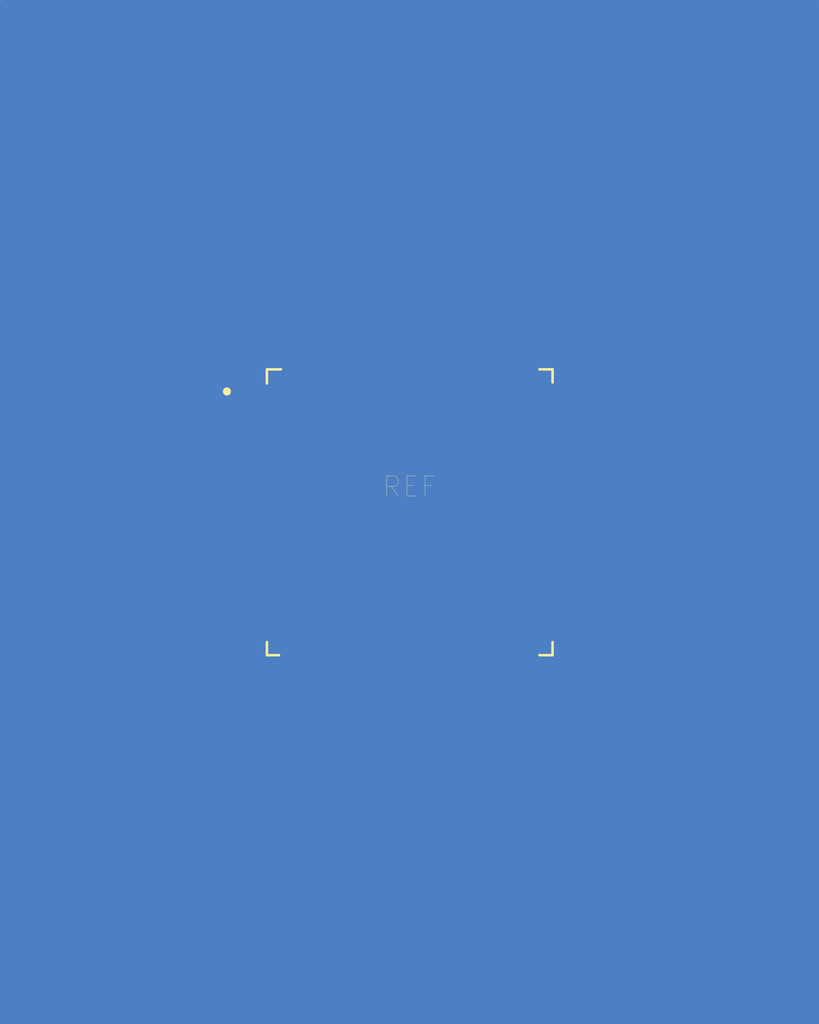
<source format=kicad_pcb>
(kicad_pcb (version 20171130) (host pcbnew "(5.1.5-0)")

  (general
    (thickness 1.6)
    (drawings 1)
    (tracks 0)
    (zones 0)
    (modules 1)
    (nets 1)
  )

  (page A4)
  (layers
    (0 F.Cu signal)
    (31 B.Cu signal)
    (32 B.Adhes user)
    (33 F.Adhes user)
    (34 B.Paste user)
    (35 F.Paste user)
    (36 B.SilkS user)
    (37 F.SilkS user)
    (38 B.Mask user)
    (39 F.Mask user)
    (40 Dwgs.User user)
    (41 Cmts.User user)
    (42 Eco1.User user)
    (43 Eco2.User user)
    (44 Edge.Cuts user)
    (45 Margin user)
    (46 B.CrtYd user)
    (47 F.CrtYd user)
    (48 B.Fab user)
    (49 F.Fab user)
  )

  (setup
    (last_trace_width 0.25)
    (trace_clearance 0.2)
    (zone_clearance 0.508)
    (zone_45_only no)
    (trace_min 0.2)
    (via_size 0.8)
    (via_drill 0.4)
    (via_min_size 0.4)
    (via_min_drill 0.3)
    (uvia_size 0.3)
    (uvia_drill 0.1)
    (uvias_allowed no)
    (uvia_min_size 0.2)
    (uvia_min_drill 0.1)
    (edge_width 0.05)
    (segment_width 0.2)
    (pcb_text_width 0.3)
    (pcb_text_size 1.5 1.5)
    (mod_edge_width 0.12)
    (mod_text_size 1 1)
    (mod_text_width 0.15)
    (pad_size 1.524 1.524)
    (pad_drill 0.762)
    (pad_to_mask_clearance 0.051)
    (solder_mask_min_width 0.25)
    (aux_axis_origin 0 0)
    (visible_elements FFFFFF7F)
    (pcbplotparams
      (layerselection 0x010fc_ffffffff)
      (usegerberextensions false)
      (usegerberattributes false)
      (usegerberadvancedattributes false)
      (creategerberjobfile false)
      (excludeedgelayer true)
      (linewidth 0.100000)
      (plotframeref false)
      (viasonmask false)
      (mode 1)
      (useauxorigin false)
      (hpglpennumber 1)
      (hpglpenspeed 20)
      (hpglpendiameter 15.000000)
      (psnegative false)
      (psa4output false)
      (plotreference true)
      (plotvalue true)
      (plotinvisibletext false)
      (padsonsilk false)
      (subtractmaskfromsilk false)
      (outputformat 1)
      (mirror false)
      (drillshape 1)
      (scaleselection 1)
      (outputdirectory ""))
  )

  (net 0 "")

  (net_class Default "This is the default net class."
    (clearance 0.2)
    (trace_width 0.25)
    (via_dia 0.8)
    (via_drill 0.4)
    (uvia_dia 0.3)
    (uvia_drill 0.1)
  )

  (module Kicad:STM32F103VG_LQFP100 (layer F.Cu) (tedit 5E3864BB) (tstamp 5E394883)
    (at 152.4 88.9)
    (fp_text reference REF (at 0 -1.27) (layer F.SilkS)
      (effects (font (size 1.002614 1.002614) (thickness 0.015)))
    )
    (fp_text value STM32F103VG (at 0 1.27) (layer F.Fab)
      (effects (font (size 1.002969 1.002969) (thickness 0.015)))
    )
    (fp_circle (center -6.423 -6.381) (end -6.323 -6.381) (layer F.Fab) (width 0.2))
    (fp_line (start 8.71 6.39) (end 8.71 -6.39) (layer F.CrtYd) (width 0.05))
    (fp_line (start 7.35 6.39) (end 8.71 6.39) (layer F.CrtYd) (width 0.05))
    (fp_line (start 7.35 7.35) (end 7.35 6.39) (layer F.CrtYd) (width 0.05))
    (fp_line (start 6.39 7.35) (end 7.35 7.35) (layer F.CrtYd) (width 0.05))
    (fp_line (start 6.39 8.71) (end 6.39 7.35) (layer F.CrtYd) (width 0.05))
    (fp_line (start -6.39 8.71) (end 6.39 8.71) (layer F.CrtYd) (width 0.05))
    (fp_line (start -6.39 7.35) (end -6.39 8.71) (layer F.CrtYd) (width 0.05))
    (fp_line (start -7.35 7.35) (end -6.39 7.35) (layer F.CrtYd) (width 0.05))
    (fp_line (start -7.35 6.39) (end -7.35 7.35) (layer F.CrtYd) (width 0.05))
    (fp_line (start -8.71 6.39) (end -7.35 6.39) (layer F.CrtYd) (width 0.05))
    (fp_line (start -8.71 -6.39) (end -8.71 6.39) (layer F.CrtYd) (width 0.05))
    (fp_line (start -7.35 -6.39) (end -8.71 -6.39) (layer F.CrtYd) (width 0.05))
    (fp_line (start -7.35 -7.35) (end -7.35 -6.39) (layer F.CrtYd) (width 0.05))
    (fp_line (start -6.39 -7.35) (end -7.35 -7.35) (layer F.CrtYd) (width 0.05))
    (fp_line (start -6.39 -8.71) (end -6.39 -7.35) (layer F.CrtYd) (width 0.05))
    (fp_line (start 6.39 -8.71) (end -6.39 -8.71) (layer F.CrtYd) (width 0.05))
    (fp_line (start 6.39 -7.35) (end 6.39 -8.71) (layer F.CrtYd) (width 0.05))
    (fp_line (start 7.35 -7.35) (end 6.39 -7.35) (layer F.CrtYd) (width 0.05))
    (fp_line (start 7.35 -6.39) (end 7.35 -7.35) (layer F.CrtYd) (width 0.05))
    (fp_line (start 8.71 -6.39) (end 7.35 -6.39) (layer F.CrtYd) (width 0.05))
    (fp_line (start 7.1 -7.1) (end 7.1 -6.45) (layer F.SilkS) (width 0.127))
    (fp_line (start 6.45 -7.1) (end 7.1 -7.1) (layer F.SilkS) (width 0.127))
    (fp_line (start 7.1 7.1) (end 7.1 6.45) (layer F.SilkS) (width 0.127))
    (fp_line (start 6.45 7.1) (end 7.1 7.1) (layer F.SilkS) (width 0.127))
    (fp_line (start -7.1 7.1) (end -6.5 7.1) (layer F.SilkS) (width 0.127))
    (fp_line (start -7.1 6.45) (end -7.1 7.1) (layer F.SilkS) (width 0.127))
    (fp_line (start -7.1 -7.1) (end -6.4 -7.1) (layer F.SilkS) (width 0.127))
    (fp_line (start -7.1 -6.4) (end -7.1 -7.1) (layer F.SilkS) (width 0.127))
    (fp_line (start -7.1 7.1) (end -7.1 -7.1) (layer F.Fab) (width 0.127))
    (fp_line (start 7.1 7.1) (end -7.1 7.1) (layer F.Fab) (width 0.127))
    (fp_line (start 7.1 -7.1) (end 7.1 7.1) (layer F.Fab) (width 0.127))
    (fp_line (start -7.1 -7.1) (end 7.1 -7.1) (layer F.Fab) (width 0.127))
    (fp_circle (center -9.09 -6) (end -8.99 -6) (layer F.SilkS) (width 0.2))
    (pad VDD_2 smd rect (at 7.68 -6) (size 1.56 0.28) (layers F.Cu F.Paste F.Mask))
    (pad VSS_2 smd rect (at 7.68 -5.5) (size 1.56 0.28) (layers F.Cu F.Paste F.Mask))
    (pad NC smd rect (at 7.68 -5) (size 1.56 0.28) (layers F.Cu F.Paste F.Mask))
    (pad PA13 smd rect (at 7.68 -4.5) (size 1.56 0.28) (layers F.Cu F.Paste F.Mask))
    (pad PA12 smd rect (at 7.68 -4) (size 1.56 0.28) (layers F.Cu F.Paste F.Mask))
    (pad PA11 smd rect (at 7.68 -3.5) (size 1.56 0.28) (layers F.Cu F.Paste F.Mask))
    (pad PA10 smd rect (at 7.68 -3) (size 1.56 0.28) (layers F.Cu F.Paste F.Mask))
    (pad PA9 smd rect (at 7.68 -2.5) (size 1.56 0.28) (layers F.Cu F.Paste F.Mask))
    (pad PA8 smd rect (at 7.68 -2) (size 1.56 0.28) (layers F.Cu F.Paste F.Mask))
    (pad PC9 smd rect (at 7.68 -1.5) (size 1.56 0.28) (layers F.Cu F.Paste F.Mask))
    (pad PC8 smd rect (at 7.68 -1) (size 1.56 0.28) (layers F.Cu F.Paste F.Mask))
    (pad PC7 smd rect (at 7.68 -0.5) (size 1.56 0.28) (layers F.Cu F.Paste F.Mask))
    (pad PC6 smd rect (at 7.68 0) (size 1.56 0.28) (layers F.Cu F.Paste F.Mask))
    (pad PD15 smd rect (at 7.68 0.5) (size 1.56 0.28) (layers F.Cu F.Paste F.Mask))
    (pad PD14 smd rect (at 7.68 1) (size 1.56 0.28) (layers F.Cu F.Paste F.Mask))
    (pad PD13 smd rect (at 7.68 1.5) (size 1.56 0.28) (layers F.Cu F.Paste F.Mask))
    (pad PD12 smd rect (at 7.68 2) (size 1.56 0.28) (layers F.Cu F.Paste F.Mask))
    (pad PD11 smd rect (at 7.68 2.5) (size 1.56 0.28) (layers F.Cu F.Paste F.Mask))
    (pad PD10 smd rect (at 7.68 3) (size 1.56 0.28) (layers F.Cu F.Paste F.Mask))
    (pad PD9 smd rect (at 7.68 3.5) (size 1.56 0.28) (layers F.Cu F.Paste F.Mask))
    (pad PD8 smd rect (at 7.68 4) (size 1.56 0.28) (layers F.Cu F.Paste F.Mask))
    (pad PB15 smd rect (at 7.68 4.5) (size 1.56 0.28) (layers F.Cu F.Paste F.Mask))
    (pad PB14 smd rect (at 7.68 5) (size 1.56 0.28) (layers F.Cu F.Paste F.Mask))
    (pad PB13 smd rect (at 7.68 5.5) (size 1.56 0.28) (layers F.Cu F.Paste F.Mask))
    (pad PB12 smd rect (at 7.68 6) (size 1.56 0.28) (layers F.Cu F.Paste F.Mask))
    (pad PA2 smd rect (at -7.68 6) (size 1.56 0.28) (layers F.Cu F.Paste F.Mask))
    (pad PA1 smd rect (at -7.68 5.5) (size 1.56 0.28) (layers F.Cu F.Paste F.Mask))
    (pad PA0-WKUP smd rect (at -7.68 5) (size 1.56 0.28) (layers F.Cu F.Paste F.Mask))
    (pad VDDA smd rect (at -7.68 4.5) (size 1.56 0.28) (layers F.Cu F.Paste F.Mask))
    (pad VREF+ smd rect (at -7.68 4) (size 1.56 0.28) (layers F.Cu F.Paste F.Mask))
    (pad VREF- smd rect (at -7.68 3.5) (size 1.56 0.28) (layers F.Cu F.Paste F.Mask))
    (pad VSSA smd rect (at -7.68 3) (size 1.56 0.28) (layers F.Cu F.Paste F.Mask))
    (pad PC3 smd rect (at -7.68 2.5) (size 1.56 0.28) (layers F.Cu F.Paste F.Mask))
    (pad PC2 smd rect (at -7.68 2) (size 1.56 0.28) (layers F.Cu F.Paste F.Mask))
    (pad PC1 smd rect (at -7.68 1.5) (size 1.56 0.28) (layers F.Cu F.Paste F.Mask))
    (pad PCO smd rect (at -7.68 1) (size 1.56 0.28) (layers F.Cu F.Paste F.Mask))
    (pad NRST smd rect (at -7.68 0.5) (size 1.56 0.28) (layers F.Cu F.Paste F.Mask))
    (pad OSC_OUT smd rect (at -7.68 0) (size 1.56 0.28) (layers F.Cu F.Paste F.Mask))
    (pad OSC_IN smd rect (at -7.68 -0.5) (size 1.56 0.28) (layers F.Cu F.Paste F.Mask))
    (pad VDD_5 smd rect (at -7.68 -1) (size 1.56 0.28) (layers F.Cu F.Paste F.Mask))
    (pad VSS_5 smd rect (at -7.68 -1.5) (size 1.56 0.28) (layers F.Cu F.Paste F.Mask))
    (pad PC15-OSC32_OUT smd rect (at -7.68 -2) (size 1.56 0.28) (layers F.Cu F.Paste F.Mask))
    (pad PC14-OSC32_IN smd rect (at -7.68 -2.5) (size 1.56 0.28) (layers F.Cu F.Paste F.Mask))
    (pad PC13-TAMPER-RTC smd rect (at -7.68 -3) (size 1.56 0.28) (layers F.Cu F.Paste F.Mask))
    (pad VBAT smd rect (at -7.68 -3.5) (size 1.56 0.28) (layers F.Cu F.Paste F.Mask))
    (pad PE6 smd rect (at -7.68 -4) (size 1.56 0.28) (layers F.Cu F.Paste F.Mask))
    (pad PE5 smd rect (at -7.68 -4.5) (size 1.56 0.28) (layers F.Cu F.Paste F.Mask))
    (pad PE4 smd rect (at -7.68 -5) (size 1.56 0.28) (layers F.Cu F.Paste F.Mask))
    (pad PE3 smd rect (at -7.68 -5.5) (size 1.56 0.28) (layers F.Cu F.Paste F.Mask))
    (pad PE2 smd rect (at -7.68 -6) (size 1.56 0.28) (layers F.Cu F.Paste F.Mask))
    (pad VDD_3 smd rect (at -6 -7.68) (size 0.28 1.56) (layers F.Cu F.Paste F.Mask))
    (pad VSS_3 smd rect (at -5.5 -7.68) (size 0.28 1.56) (layers F.Cu F.Paste F.Mask))
    (pad PE1 smd rect (at -5 -7.68) (size 0.28 1.56) (layers F.Cu F.Paste F.Mask))
    (pad PE0 smd rect (at -4.5 -7.68) (size 0.28 1.56) (layers F.Cu F.Paste F.Mask))
    (pad PB9 smd rect (at -4 -7.68) (size 0.28 1.56) (layers F.Cu F.Paste F.Mask))
    (pad PB8 smd rect (at -3.5 -7.68) (size 0.28 1.56) (layers F.Cu F.Paste F.Mask))
    (pad BOOT0 smd rect (at -3 -7.68) (size 0.28 1.56) (layers F.Cu F.Paste F.Mask))
    (pad PB7 smd rect (at -2.5 -7.68) (size 0.28 1.56) (layers F.Cu F.Paste F.Mask))
    (pad PB6 smd rect (at -2 -7.68) (size 0.28 1.56) (layers F.Cu F.Paste F.Mask))
    (pad PB5 smd rect (at -1.5 -7.68) (size 0.28 1.56) (layers F.Cu F.Paste F.Mask))
    (pad PB4 smd rect (at -1 -7.68) (size 0.28 1.56) (layers F.Cu F.Paste F.Mask))
    (pad PB3 smd rect (at -0.5 -7.68) (size 0.28 1.56) (layers F.Cu F.Paste F.Mask))
    (pad PD7 smd rect (at 0 -7.68) (size 0.28 1.56) (layers F.Cu F.Paste F.Mask))
    (pad PD6 smd rect (at 0.5 -7.68) (size 0.28 1.56) (layers F.Cu F.Paste F.Mask))
    (pad PD5 smd rect (at 1 -7.68) (size 0.28 1.56) (layers F.Cu F.Paste F.Mask))
    (pad PD4 smd rect (at 1.5 -7.68) (size 0.28 1.56) (layers F.Cu F.Paste F.Mask))
    (pad PD3 smd rect (at 2 -7.68) (size 0.28 1.56) (layers F.Cu F.Paste F.Mask))
    (pad PD2 smd rect (at 2.5 -7.68) (size 0.28 1.56) (layers F.Cu F.Paste F.Mask))
    (pad PD1 smd rect (at 3 -7.68) (size 0.28 1.56) (layers F.Cu F.Paste F.Mask))
    (pad PD0 smd rect (at 3.5 -7.68) (size 0.28 1.56) (layers F.Cu F.Paste F.Mask))
    (pad PC12 smd rect (at 4 -7.68) (size 0.28 1.56) (layers F.Cu F.Paste F.Mask))
    (pad PC11 smd rect (at 4.5 -7.68) (size 0.28 1.56) (layers F.Cu F.Paste F.Mask))
    (pad PC10 smd rect (at 5 -7.68) (size 0.28 1.56) (layers F.Cu F.Paste F.Mask))
    (pad PA15 smd rect (at 5.5 -7.68) (size 0.28 1.56) (layers F.Cu F.Paste F.Mask))
    (pad PA14 smd rect (at 6 -7.68) (size 0.28 1.56) (layers F.Cu F.Paste F.Mask))
    (pad VDD_1 smd rect (at 6 7.68) (size 0.28 1.56) (layers F.Cu F.Paste F.Mask))
    (pad VSS_1 smd rect (at 5.5 7.68) (size 0.28 1.56) (layers F.Cu F.Paste F.Mask))
    (pad PB11 smd rect (at 5 7.68) (size 0.28 1.56) (layers F.Cu F.Paste F.Mask))
    (pad PB10 smd rect (at 4.5 7.68) (size 0.28 1.56) (layers F.Cu F.Paste F.Mask))
    (pad PE15 smd rect (at 4 7.68) (size 0.28 1.56) (layers F.Cu F.Paste F.Mask))
    (pad PE14 smd rect (at 3.5 7.68) (size 0.28 1.56) (layers F.Cu F.Paste F.Mask))
    (pad PE13 smd rect (at 3 7.68) (size 0.28 1.56) (layers F.Cu F.Paste F.Mask))
    (pad PE12 smd rect (at 2.5 7.68) (size 0.28 1.56) (layers F.Cu F.Paste F.Mask))
    (pad PE11 smd rect (at 2 7.68) (size 0.28 1.56) (layers F.Cu F.Paste F.Mask))
    (pad PE10 smd rect (at 1.5 7.68) (size 0.28 1.56) (layers F.Cu F.Paste F.Mask))
    (pad PE9 smd rect (at 1 7.68) (size 0.28 1.56) (layers F.Cu F.Paste F.Mask))
    (pad PE8 smd rect (at 0.5 7.68) (size 0.28 1.56) (layers F.Cu F.Paste F.Mask))
    (pad PE7 smd rect (at 0 7.68) (size 0.28 1.56) (layers F.Cu F.Paste F.Mask))
    (pad PB2 smd rect (at -0.5 7.68) (size 0.28 1.56) (layers F.Cu F.Paste F.Mask))
    (pad PB1 smd rect (at -1 7.68) (size 0.28 1.56) (layers F.Cu F.Paste F.Mask))
    (pad PB0 smd rect (at -1.5 7.68) (size 0.28 1.56) (layers F.Cu F.Paste F.Mask))
    (pad PC5 smd rect (at -2 7.68) (size 0.28 1.56) (layers F.Cu F.Paste F.Mask))
    (pad PC4 smd rect (at -2.5 7.68) (size 0.28 1.56) (layers F.Cu F.Paste F.Mask))
    (pad PA7 smd rect (at -3 7.68) (size 0.28 1.56) (layers F.Cu F.Paste F.Mask))
    (pad PA6 smd rect (at -3.5 7.68) (size 0.28 1.56) (layers F.Cu F.Paste F.Mask))
    (pad PA5 smd rect (at -4 7.68) (size 0.28 1.56) (layers F.Cu F.Paste F.Mask))
    (pad PA4 smd rect (at -4.5 7.68) (size 0.28 1.56) (layers F.Cu F.Paste F.Mask))
    (pad VDD-4 smd rect (at -5 7.68) (size 0.28 1.56) (layers F.Cu F.Paste F.Mask))
    (pad VSS_4 smd rect (at -5.5 7.68) (size 0.28 1.56) (layers F.Cu F.Paste F.Mask))
    (pad PA3 smd rect (at -6 7.68) (size 0.28 1.56) (layers F.Cu F.Paste F.Mask))
  )

  (gr_poly (pts (xy 172.72 114.3) (xy 132.08 114.3) (xy 132.08 63.5) (xy 172.72 63.5)) (layer B.Cu) (width 0.1))

)

</source>
